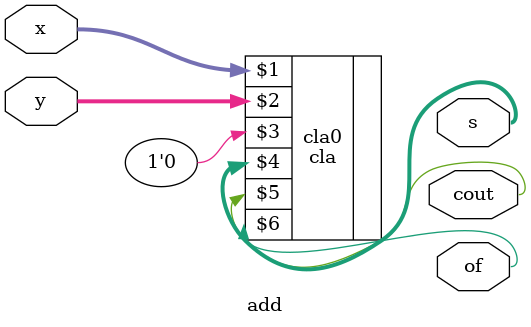
<source format=v>
module add(x, y, s, cout, of);
	input [31:0] x, y;
	
	output [31:0] s;
	output cout, of;
	
	cla cla0(x, y, 1'b0, s, cout, of);
	
endmodule

</source>
